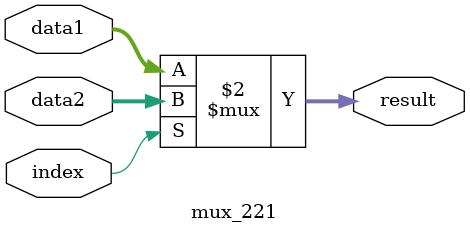
<source format=v>
`timescale 1ns / 1ps

module mux_221(
    input index, 
    input [31:0] data1,
    input [31:0] data2,
    output [31:0] result
    );
    assign result = (index == 1'b0) ? data1 : data2;
endmodule

</source>
